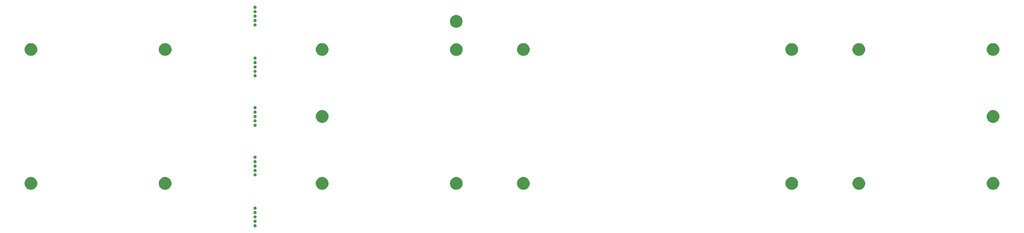
<source format=gbr>
G04 #@! TF.GenerationSoftware,KiCad,Pcbnew,(5.1.2-1)-1*
G04 #@! TF.CreationDate,2020-05-31T12:38:50-05:00*
G04 #@! TF.ProjectId,therick48.16SP_bottom_plate,74686572-6963-46b3-9438-2e313653505f,rev?*
G04 #@! TF.SameCoordinates,Original*
G04 #@! TF.FileFunction,Soldermask,Top*
G04 #@! TF.FilePolarity,Negative*
%FSLAX46Y46*%
G04 Gerber Fmt 4.6, Leading zero omitted, Abs format (unit mm)*
G04 Created by KiCad (PCBNEW (5.1.2-1)-1) date 2020-05-31 12:38:50*
%MOMM*%
%LPD*%
G04 APERTURE LIST*
%ADD10C,0.100000*%
G04 APERTURE END LIST*
D10*
G36*
X146051168Y-109226049D02*
G01*
X146133243Y-109260046D01*
X146133245Y-109260047D01*
X146170429Y-109284893D01*
X146207111Y-109309403D01*
X146269931Y-109372223D01*
X146319288Y-109446091D01*
X146353285Y-109528166D01*
X146370616Y-109615297D01*
X146370616Y-109704139D01*
X146353285Y-109791270D01*
X146319288Y-109873345D01*
X146319287Y-109873347D01*
X146269930Y-109947214D01*
X146207112Y-110010032D01*
X146133245Y-110059389D01*
X146133244Y-110059390D01*
X146133243Y-110059390D01*
X146051168Y-110093387D01*
X145964037Y-110110718D01*
X145875195Y-110110718D01*
X145788064Y-110093387D01*
X145705989Y-110059390D01*
X145705988Y-110059390D01*
X145705987Y-110059389D01*
X145632120Y-110010032D01*
X145569302Y-109947214D01*
X145519945Y-109873347D01*
X145519944Y-109873345D01*
X145485947Y-109791270D01*
X145468616Y-109704139D01*
X145468616Y-109615297D01*
X145485947Y-109528166D01*
X145519944Y-109446091D01*
X145569301Y-109372223D01*
X145632121Y-109309403D01*
X145668803Y-109284893D01*
X145705987Y-109260047D01*
X145705989Y-109260046D01*
X145788064Y-109226049D01*
X145875195Y-109208718D01*
X145964037Y-109208718D01*
X146051168Y-109226049D01*
X146051168Y-109226049D01*
G37*
G36*
X146051168Y-107976049D02*
G01*
X146133243Y-108010046D01*
X146133245Y-108010047D01*
X146170429Y-108034893D01*
X146207111Y-108059403D01*
X146269931Y-108122223D01*
X146319288Y-108196091D01*
X146353285Y-108278166D01*
X146370616Y-108365297D01*
X146370616Y-108454139D01*
X146353285Y-108541270D01*
X146319288Y-108623345D01*
X146319287Y-108623347D01*
X146269930Y-108697214D01*
X146207112Y-108760032D01*
X146133245Y-108809389D01*
X146133244Y-108809390D01*
X146133243Y-108809390D01*
X146051168Y-108843387D01*
X145964037Y-108860718D01*
X145875195Y-108860718D01*
X145788064Y-108843387D01*
X145705989Y-108809390D01*
X145705988Y-108809390D01*
X145705987Y-108809389D01*
X145632120Y-108760032D01*
X145569302Y-108697214D01*
X145519945Y-108623347D01*
X145519944Y-108623345D01*
X145485947Y-108541270D01*
X145468616Y-108454139D01*
X145468616Y-108365297D01*
X145485947Y-108278166D01*
X145519944Y-108196091D01*
X145569301Y-108122223D01*
X145632121Y-108059403D01*
X145668803Y-108034893D01*
X145705987Y-108010047D01*
X145705989Y-108010046D01*
X145788064Y-107976049D01*
X145875195Y-107958718D01*
X145964037Y-107958718D01*
X146051168Y-107976049D01*
X146051168Y-107976049D01*
G37*
G36*
X146051168Y-106726049D02*
G01*
X146133243Y-106760046D01*
X146133245Y-106760047D01*
X146170429Y-106784893D01*
X146207111Y-106809403D01*
X146269931Y-106872223D01*
X146319288Y-106946091D01*
X146353285Y-107028166D01*
X146370616Y-107115297D01*
X146370616Y-107204139D01*
X146353285Y-107291270D01*
X146319288Y-107373345D01*
X146319287Y-107373347D01*
X146269930Y-107447214D01*
X146207112Y-107510032D01*
X146133245Y-107559389D01*
X146133244Y-107559390D01*
X146133243Y-107559390D01*
X146051168Y-107593387D01*
X145964037Y-107610718D01*
X145875195Y-107610718D01*
X145788064Y-107593387D01*
X145705989Y-107559390D01*
X145705988Y-107559390D01*
X145705987Y-107559389D01*
X145632120Y-107510032D01*
X145569302Y-107447214D01*
X145519945Y-107373347D01*
X145519944Y-107373345D01*
X145485947Y-107291270D01*
X145468616Y-107204139D01*
X145468616Y-107115297D01*
X145485947Y-107028166D01*
X145519944Y-106946091D01*
X145569301Y-106872223D01*
X145632121Y-106809403D01*
X145668803Y-106784893D01*
X145705987Y-106760047D01*
X145705989Y-106760046D01*
X145788064Y-106726049D01*
X145875195Y-106708718D01*
X145964037Y-106708718D01*
X146051168Y-106726049D01*
X146051168Y-106726049D01*
G37*
G36*
X146051168Y-105476049D02*
G01*
X146133243Y-105510046D01*
X146133245Y-105510047D01*
X146170429Y-105534893D01*
X146207111Y-105559403D01*
X146269931Y-105622223D01*
X146319288Y-105696091D01*
X146353285Y-105778166D01*
X146370616Y-105865297D01*
X146370616Y-105954139D01*
X146353285Y-106041270D01*
X146319288Y-106123345D01*
X146319287Y-106123347D01*
X146269930Y-106197214D01*
X146207112Y-106260032D01*
X146133245Y-106309389D01*
X146133244Y-106309390D01*
X146133243Y-106309390D01*
X146051168Y-106343387D01*
X145964037Y-106360718D01*
X145875195Y-106360718D01*
X145788064Y-106343387D01*
X145705989Y-106309390D01*
X145705988Y-106309390D01*
X145705987Y-106309389D01*
X145632120Y-106260032D01*
X145569302Y-106197214D01*
X145519945Y-106123347D01*
X145519944Y-106123345D01*
X145485947Y-106041270D01*
X145468616Y-105954139D01*
X145468616Y-105865297D01*
X145485947Y-105778166D01*
X145519944Y-105696091D01*
X145569301Y-105622223D01*
X145632121Y-105559403D01*
X145668803Y-105534893D01*
X145705987Y-105510047D01*
X145705989Y-105510046D01*
X145788064Y-105476049D01*
X145875195Y-105458718D01*
X145964037Y-105458718D01*
X146051168Y-105476049D01*
X146051168Y-105476049D01*
G37*
G36*
X146051168Y-104226049D02*
G01*
X146133243Y-104260046D01*
X146133245Y-104260047D01*
X146170429Y-104284893D01*
X146207111Y-104309403D01*
X146269931Y-104372223D01*
X146319288Y-104446091D01*
X146353285Y-104528166D01*
X146370616Y-104615297D01*
X146370616Y-104704139D01*
X146353285Y-104791270D01*
X146319288Y-104873345D01*
X146319287Y-104873347D01*
X146269930Y-104947214D01*
X146207112Y-105010032D01*
X146133245Y-105059389D01*
X146133244Y-105059390D01*
X146133243Y-105059390D01*
X146051168Y-105093387D01*
X145964037Y-105110718D01*
X145875195Y-105110718D01*
X145788064Y-105093387D01*
X145705989Y-105059390D01*
X145705988Y-105059390D01*
X145705987Y-105059389D01*
X145632120Y-105010032D01*
X145569302Y-104947214D01*
X145519945Y-104873347D01*
X145519944Y-104873345D01*
X145485947Y-104791270D01*
X145468616Y-104704139D01*
X145468616Y-104615297D01*
X145485947Y-104528166D01*
X145519944Y-104446091D01*
X145569301Y-104372223D01*
X145632121Y-104309403D01*
X145668803Y-104284893D01*
X145705987Y-104260047D01*
X145705989Y-104260046D01*
X145788064Y-104226049D01*
X145875195Y-104208718D01*
X145964037Y-104208718D01*
X146051168Y-104226049D01*
X146051168Y-104226049D01*
G37*
G36*
X165445331Y-95928211D02*
G01*
X165773092Y-96063974D01*
X166068070Y-96261072D01*
X166318928Y-96511930D01*
X166516026Y-96806908D01*
X166651789Y-97134669D01*
X166721000Y-97482616D01*
X166721000Y-97837384D01*
X166651789Y-98185331D01*
X166516026Y-98513092D01*
X166318928Y-98808070D01*
X166068070Y-99058928D01*
X165773092Y-99256026D01*
X165445331Y-99391789D01*
X165097384Y-99461000D01*
X164742616Y-99461000D01*
X164394669Y-99391789D01*
X164066908Y-99256026D01*
X163771930Y-99058928D01*
X163521072Y-98808070D01*
X163323974Y-98513092D01*
X163188211Y-98185331D01*
X163119000Y-97837384D01*
X163119000Y-97482616D01*
X163188211Y-97134669D01*
X163323974Y-96806908D01*
X163521072Y-96511930D01*
X163771930Y-96261072D01*
X164066908Y-96063974D01*
X164394669Y-95928211D01*
X164742616Y-95859000D01*
X165097384Y-95859000D01*
X165445331Y-95928211D01*
X165445331Y-95928211D01*
G37*
G36*
X120985322Y-95928211D02*
G01*
X121313083Y-96063974D01*
X121608061Y-96261072D01*
X121858919Y-96511930D01*
X122056017Y-96806908D01*
X122191780Y-97134669D01*
X122260991Y-97482616D01*
X122260991Y-97837384D01*
X122191780Y-98185331D01*
X122056017Y-98513092D01*
X121858919Y-98808070D01*
X121608061Y-99058928D01*
X121313083Y-99256026D01*
X120985322Y-99391789D01*
X120637375Y-99461000D01*
X120282607Y-99461000D01*
X119934660Y-99391789D01*
X119606899Y-99256026D01*
X119311921Y-99058928D01*
X119061063Y-98808070D01*
X118863965Y-98513092D01*
X118728202Y-98185331D01*
X118658991Y-97837384D01*
X118658991Y-97482616D01*
X118728202Y-97134669D01*
X118863965Y-96806908D01*
X119061063Y-96511930D01*
X119311921Y-96261072D01*
X119606899Y-96063974D01*
X119934660Y-95928211D01*
X120282607Y-95859000D01*
X120637375Y-95859000D01*
X120985322Y-95928211D01*
X120985322Y-95928211D01*
G37*
G36*
X82985322Y-95928211D02*
G01*
X83313083Y-96063974D01*
X83608061Y-96261072D01*
X83858919Y-96511930D01*
X84056017Y-96806908D01*
X84191780Y-97134669D01*
X84260991Y-97482616D01*
X84260991Y-97837384D01*
X84191780Y-98185331D01*
X84056017Y-98513092D01*
X83858919Y-98808070D01*
X83608061Y-99058928D01*
X83313083Y-99256026D01*
X82985322Y-99391789D01*
X82637375Y-99461000D01*
X82282607Y-99461000D01*
X81934660Y-99391789D01*
X81606899Y-99256026D01*
X81311921Y-99058928D01*
X81061063Y-98808070D01*
X80863965Y-98513092D01*
X80728202Y-98185331D01*
X80658991Y-97837384D01*
X80658991Y-97482616D01*
X80728202Y-97134669D01*
X80863965Y-96806908D01*
X81061063Y-96511930D01*
X81311921Y-96261072D01*
X81606899Y-96063974D01*
X81934660Y-95928211D01*
X82282607Y-95859000D01*
X82637375Y-95859000D01*
X82985322Y-95928211D01*
X82985322Y-95928211D01*
G37*
G36*
X203445331Y-95928211D02*
G01*
X203773092Y-96063974D01*
X204068070Y-96261072D01*
X204318928Y-96511930D01*
X204516026Y-96806908D01*
X204651789Y-97134669D01*
X204721000Y-97482616D01*
X204721000Y-97837384D01*
X204651789Y-98185331D01*
X204516026Y-98513092D01*
X204318928Y-98808070D01*
X204068070Y-99058928D01*
X203773092Y-99256026D01*
X203445331Y-99391789D01*
X203097384Y-99461000D01*
X202742616Y-99461000D01*
X202394669Y-99391789D01*
X202066908Y-99256026D01*
X201771930Y-99058928D01*
X201521072Y-98808070D01*
X201323974Y-98513092D01*
X201188211Y-98185331D01*
X201119000Y-97837384D01*
X201119000Y-97482616D01*
X201188211Y-97134669D01*
X201323974Y-96806908D01*
X201521072Y-96511930D01*
X201771930Y-96261072D01*
X202066908Y-96063974D01*
X202394669Y-95928211D01*
X202742616Y-95859000D01*
X203097384Y-95859000D01*
X203445331Y-95928211D01*
X203445331Y-95928211D01*
G37*
G36*
X317445331Y-95928211D02*
G01*
X317773092Y-96063974D01*
X318068070Y-96261072D01*
X318318928Y-96511930D01*
X318516026Y-96806908D01*
X318651789Y-97134669D01*
X318721000Y-97482616D01*
X318721000Y-97837384D01*
X318651789Y-98185331D01*
X318516026Y-98513092D01*
X318318928Y-98808070D01*
X318068070Y-99058928D01*
X317773092Y-99256026D01*
X317445331Y-99391789D01*
X317097384Y-99461000D01*
X316742616Y-99461000D01*
X316394669Y-99391789D01*
X316066908Y-99256026D01*
X315771930Y-99058928D01*
X315521072Y-98808070D01*
X315323974Y-98513092D01*
X315188211Y-98185331D01*
X315119000Y-97837384D01*
X315119000Y-97482616D01*
X315188211Y-97134669D01*
X315323974Y-96806908D01*
X315521072Y-96511930D01*
X315771930Y-96261072D01*
X316066908Y-96063974D01*
X316394669Y-95928211D01*
X316742616Y-95859000D01*
X317097384Y-95859000D01*
X317445331Y-95928211D01*
X317445331Y-95928211D01*
G37*
G36*
X222445331Y-95928211D02*
G01*
X222773092Y-96063974D01*
X223068070Y-96261072D01*
X223318928Y-96511930D01*
X223516026Y-96806908D01*
X223651789Y-97134669D01*
X223721000Y-97482616D01*
X223721000Y-97837384D01*
X223651789Y-98185331D01*
X223516026Y-98513092D01*
X223318928Y-98808070D01*
X223068070Y-99058928D01*
X222773092Y-99256026D01*
X222445331Y-99391789D01*
X222097384Y-99461000D01*
X221742616Y-99461000D01*
X221394669Y-99391789D01*
X221066908Y-99256026D01*
X220771930Y-99058928D01*
X220521072Y-98808070D01*
X220323974Y-98513092D01*
X220188211Y-98185331D01*
X220119000Y-97837384D01*
X220119000Y-97482616D01*
X220188211Y-97134669D01*
X220323974Y-96806908D01*
X220521072Y-96511930D01*
X220771930Y-96261072D01*
X221066908Y-96063974D01*
X221394669Y-95928211D01*
X221742616Y-95859000D01*
X222097384Y-95859000D01*
X222445331Y-95928211D01*
X222445331Y-95928211D01*
G37*
G36*
X298445331Y-95928211D02*
G01*
X298773092Y-96063974D01*
X299068070Y-96261072D01*
X299318928Y-96511930D01*
X299516026Y-96806908D01*
X299651789Y-97134669D01*
X299721000Y-97482616D01*
X299721000Y-97837384D01*
X299651789Y-98185331D01*
X299516026Y-98513092D01*
X299318928Y-98808070D01*
X299068070Y-99058928D01*
X298773092Y-99256026D01*
X298445331Y-99391789D01*
X298097384Y-99461000D01*
X297742616Y-99461000D01*
X297394669Y-99391789D01*
X297066908Y-99256026D01*
X296771930Y-99058928D01*
X296521072Y-98808070D01*
X296323974Y-98513092D01*
X296188211Y-98185331D01*
X296119000Y-97837384D01*
X296119000Y-97482616D01*
X296188211Y-97134669D01*
X296323974Y-96806908D01*
X296521072Y-96511930D01*
X296771930Y-96261072D01*
X297066908Y-96063974D01*
X297394669Y-95928211D01*
X297742616Y-95859000D01*
X298097384Y-95859000D01*
X298445331Y-95928211D01*
X298445331Y-95928211D01*
G37*
G36*
X355445331Y-95928211D02*
G01*
X355773092Y-96063974D01*
X356068070Y-96261072D01*
X356318928Y-96511930D01*
X356516026Y-96806908D01*
X356651789Y-97134669D01*
X356721000Y-97482616D01*
X356721000Y-97837384D01*
X356651789Y-98185331D01*
X356516026Y-98513092D01*
X356318928Y-98808070D01*
X356068070Y-99058928D01*
X355773092Y-99256026D01*
X355445331Y-99391789D01*
X355097384Y-99461000D01*
X354742616Y-99461000D01*
X354394669Y-99391789D01*
X354066908Y-99256026D01*
X353771930Y-99058928D01*
X353521072Y-98808070D01*
X353323974Y-98513092D01*
X353188211Y-98185331D01*
X353119000Y-97837384D01*
X353119000Y-97482616D01*
X353188211Y-97134669D01*
X353323974Y-96806908D01*
X353521072Y-96511930D01*
X353771930Y-96261072D01*
X354066908Y-96063974D01*
X354394669Y-95928211D01*
X354742616Y-95859000D01*
X355097384Y-95859000D01*
X355445331Y-95928211D01*
X355445331Y-95928211D01*
G37*
G36*
X146051168Y-94786087D02*
G01*
X146133243Y-94820084D01*
X146133245Y-94820085D01*
X146170429Y-94844931D01*
X146207111Y-94869441D01*
X146269931Y-94932261D01*
X146319288Y-95006129D01*
X146353285Y-95088204D01*
X146370616Y-95175335D01*
X146370616Y-95264177D01*
X146353285Y-95351308D01*
X146319288Y-95433383D01*
X146319287Y-95433385D01*
X146269930Y-95507252D01*
X146207112Y-95570070D01*
X146133245Y-95619427D01*
X146133244Y-95619428D01*
X146133243Y-95619428D01*
X146051168Y-95653425D01*
X145964037Y-95670756D01*
X145875195Y-95670756D01*
X145788064Y-95653425D01*
X145705989Y-95619428D01*
X145705988Y-95619428D01*
X145705987Y-95619427D01*
X145632120Y-95570070D01*
X145569302Y-95507252D01*
X145519945Y-95433385D01*
X145519944Y-95433383D01*
X145485947Y-95351308D01*
X145468616Y-95264177D01*
X145468616Y-95175335D01*
X145485947Y-95088204D01*
X145519944Y-95006129D01*
X145569301Y-94932261D01*
X145632121Y-94869441D01*
X145668803Y-94844931D01*
X145705987Y-94820085D01*
X145705989Y-94820084D01*
X145788064Y-94786087D01*
X145875195Y-94768756D01*
X145964037Y-94768756D01*
X146051168Y-94786087D01*
X146051168Y-94786087D01*
G37*
G36*
X146051168Y-93536087D02*
G01*
X146133243Y-93570084D01*
X146133245Y-93570085D01*
X146170429Y-93594931D01*
X146207111Y-93619441D01*
X146269931Y-93682261D01*
X146319288Y-93756129D01*
X146353285Y-93838204D01*
X146370616Y-93925335D01*
X146370616Y-94014177D01*
X146353285Y-94101308D01*
X146319288Y-94183383D01*
X146319287Y-94183385D01*
X146269930Y-94257252D01*
X146207112Y-94320070D01*
X146133245Y-94369427D01*
X146133244Y-94369428D01*
X146133243Y-94369428D01*
X146051168Y-94403425D01*
X145964037Y-94420756D01*
X145875195Y-94420756D01*
X145788064Y-94403425D01*
X145705989Y-94369428D01*
X145705988Y-94369428D01*
X145705987Y-94369427D01*
X145632120Y-94320070D01*
X145569302Y-94257252D01*
X145519945Y-94183385D01*
X145519944Y-94183383D01*
X145485947Y-94101308D01*
X145468616Y-94014177D01*
X145468616Y-93925335D01*
X145485947Y-93838204D01*
X145519944Y-93756129D01*
X145569301Y-93682261D01*
X145632121Y-93619441D01*
X145668803Y-93594931D01*
X145705987Y-93570085D01*
X145705989Y-93570084D01*
X145788064Y-93536087D01*
X145875195Y-93518756D01*
X145964037Y-93518756D01*
X146051168Y-93536087D01*
X146051168Y-93536087D01*
G37*
G36*
X146051168Y-92286087D02*
G01*
X146133243Y-92320084D01*
X146133245Y-92320085D01*
X146170429Y-92344931D01*
X146207111Y-92369441D01*
X146269931Y-92432261D01*
X146319288Y-92506129D01*
X146353285Y-92588204D01*
X146370616Y-92675335D01*
X146370616Y-92764177D01*
X146353285Y-92851308D01*
X146319288Y-92933383D01*
X146319287Y-92933385D01*
X146269930Y-93007252D01*
X146207112Y-93070070D01*
X146133245Y-93119427D01*
X146133244Y-93119428D01*
X146133243Y-93119428D01*
X146051168Y-93153425D01*
X145964037Y-93170756D01*
X145875195Y-93170756D01*
X145788064Y-93153425D01*
X145705989Y-93119428D01*
X145705988Y-93119428D01*
X145705987Y-93119427D01*
X145632120Y-93070070D01*
X145569302Y-93007252D01*
X145519945Y-92933385D01*
X145519944Y-92933383D01*
X145485947Y-92851308D01*
X145468616Y-92764177D01*
X145468616Y-92675335D01*
X145485947Y-92588204D01*
X145519944Y-92506129D01*
X145569301Y-92432261D01*
X145632121Y-92369441D01*
X145668803Y-92344931D01*
X145705987Y-92320085D01*
X145705989Y-92320084D01*
X145788064Y-92286087D01*
X145875195Y-92268756D01*
X145964037Y-92268756D01*
X146051168Y-92286087D01*
X146051168Y-92286087D01*
G37*
G36*
X146051168Y-91036087D02*
G01*
X146133243Y-91070084D01*
X146133245Y-91070085D01*
X146170429Y-91094931D01*
X146207111Y-91119441D01*
X146269931Y-91182261D01*
X146319288Y-91256129D01*
X146353285Y-91338204D01*
X146370616Y-91425335D01*
X146370616Y-91514177D01*
X146353285Y-91601308D01*
X146319288Y-91683383D01*
X146319287Y-91683385D01*
X146269930Y-91757252D01*
X146207112Y-91820070D01*
X146133245Y-91869427D01*
X146133244Y-91869428D01*
X146133243Y-91869428D01*
X146051168Y-91903425D01*
X145964037Y-91920756D01*
X145875195Y-91920756D01*
X145788064Y-91903425D01*
X145705989Y-91869428D01*
X145705988Y-91869428D01*
X145705987Y-91869427D01*
X145632120Y-91820070D01*
X145569302Y-91757252D01*
X145519945Y-91683385D01*
X145519944Y-91683383D01*
X145485947Y-91601308D01*
X145468616Y-91514177D01*
X145468616Y-91425335D01*
X145485947Y-91338204D01*
X145519944Y-91256129D01*
X145569301Y-91182261D01*
X145632121Y-91119441D01*
X145668803Y-91094931D01*
X145705987Y-91070085D01*
X145705989Y-91070084D01*
X145788064Y-91036087D01*
X145875195Y-91018756D01*
X145964037Y-91018756D01*
X146051168Y-91036087D01*
X146051168Y-91036087D01*
G37*
G36*
X146051168Y-89786087D02*
G01*
X146133243Y-89820084D01*
X146133245Y-89820085D01*
X146170429Y-89844931D01*
X146207111Y-89869441D01*
X146269931Y-89932261D01*
X146319288Y-90006129D01*
X146353285Y-90088204D01*
X146370616Y-90175335D01*
X146370616Y-90264177D01*
X146353285Y-90351308D01*
X146319288Y-90433383D01*
X146319287Y-90433385D01*
X146269930Y-90507252D01*
X146207112Y-90570070D01*
X146133245Y-90619427D01*
X146133244Y-90619428D01*
X146133243Y-90619428D01*
X146051168Y-90653425D01*
X145964037Y-90670756D01*
X145875195Y-90670756D01*
X145788064Y-90653425D01*
X145705989Y-90619428D01*
X145705988Y-90619428D01*
X145705987Y-90619427D01*
X145632120Y-90570070D01*
X145569302Y-90507252D01*
X145519945Y-90433385D01*
X145519944Y-90433383D01*
X145485947Y-90351308D01*
X145468616Y-90264177D01*
X145468616Y-90175335D01*
X145485947Y-90088204D01*
X145519944Y-90006129D01*
X145569301Y-89932261D01*
X145632121Y-89869441D01*
X145668803Y-89844931D01*
X145705987Y-89820085D01*
X145705989Y-89820084D01*
X145788064Y-89786087D01*
X145875195Y-89768756D01*
X145964037Y-89768756D01*
X146051168Y-89786087D01*
X146051168Y-89786087D01*
G37*
G36*
X146051168Y-80726124D02*
G01*
X146133243Y-80760121D01*
X146133245Y-80760122D01*
X146170429Y-80784968D01*
X146207111Y-80809478D01*
X146269931Y-80872298D01*
X146319288Y-80946166D01*
X146353285Y-81028241D01*
X146370616Y-81115372D01*
X146370616Y-81204214D01*
X146353285Y-81291345D01*
X146319288Y-81373420D01*
X146319287Y-81373422D01*
X146269930Y-81447289D01*
X146207112Y-81510107D01*
X146133245Y-81559464D01*
X146133244Y-81559465D01*
X146133243Y-81559465D01*
X146051168Y-81593462D01*
X145964037Y-81610793D01*
X145875195Y-81610793D01*
X145788064Y-81593462D01*
X145705989Y-81559465D01*
X145705988Y-81559465D01*
X145705987Y-81559464D01*
X145632120Y-81510107D01*
X145569302Y-81447289D01*
X145519945Y-81373422D01*
X145519944Y-81373420D01*
X145485947Y-81291345D01*
X145468616Y-81204214D01*
X145468616Y-81115372D01*
X145485947Y-81028241D01*
X145519944Y-80946166D01*
X145569301Y-80872298D01*
X145632121Y-80809478D01*
X145668803Y-80784968D01*
X145705987Y-80760122D01*
X145705989Y-80760121D01*
X145788064Y-80726124D01*
X145875195Y-80708793D01*
X145964037Y-80708793D01*
X146051168Y-80726124D01*
X146051168Y-80726124D01*
G37*
G36*
X165445331Y-76928211D02*
G01*
X165773092Y-77063974D01*
X166068070Y-77261072D01*
X166318928Y-77511930D01*
X166516026Y-77806908D01*
X166651789Y-78134669D01*
X166721000Y-78482616D01*
X166721000Y-78837384D01*
X166651789Y-79185331D01*
X166516026Y-79513092D01*
X166318928Y-79808070D01*
X166068070Y-80058928D01*
X165773092Y-80256026D01*
X165445331Y-80391789D01*
X165097384Y-80461000D01*
X164742616Y-80461000D01*
X164394669Y-80391789D01*
X164066908Y-80256026D01*
X163771930Y-80058928D01*
X163521072Y-79808070D01*
X163323974Y-79513092D01*
X163188211Y-79185331D01*
X163119000Y-78837384D01*
X163119000Y-78482616D01*
X163188211Y-78134669D01*
X163323974Y-77806908D01*
X163521072Y-77511930D01*
X163771930Y-77261072D01*
X164066908Y-77063974D01*
X164394669Y-76928211D01*
X164742616Y-76859000D01*
X165097384Y-76859000D01*
X165445331Y-76928211D01*
X165445331Y-76928211D01*
G37*
G36*
X355445331Y-76928211D02*
G01*
X355773092Y-77063974D01*
X356068070Y-77261072D01*
X356318928Y-77511930D01*
X356516026Y-77806908D01*
X356651789Y-78134669D01*
X356721000Y-78482616D01*
X356721000Y-78837384D01*
X356651789Y-79185331D01*
X356516026Y-79513092D01*
X356318928Y-79808070D01*
X356068070Y-80058928D01*
X355773092Y-80256026D01*
X355445331Y-80391789D01*
X355097384Y-80461000D01*
X354742616Y-80461000D01*
X354394669Y-80391789D01*
X354066908Y-80256026D01*
X353771930Y-80058928D01*
X353521072Y-79808070D01*
X353323974Y-79513092D01*
X353188211Y-79185331D01*
X353119000Y-78837384D01*
X353119000Y-78482616D01*
X353188211Y-78134669D01*
X353323974Y-77806908D01*
X353521072Y-77511930D01*
X353771930Y-77261072D01*
X354066908Y-77063974D01*
X354394669Y-76928211D01*
X354742616Y-76859000D01*
X355097384Y-76859000D01*
X355445331Y-76928211D01*
X355445331Y-76928211D01*
G37*
G36*
X146051168Y-79476124D02*
G01*
X146133243Y-79510121D01*
X146133245Y-79510122D01*
X146137691Y-79513093D01*
X146207111Y-79559478D01*
X146269931Y-79622298D01*
X146319288Y-79696166D01*
X146353285Y-79778241D01*
X146370616Y-79865372D01*
X146370616Y-79954214D01*
X146353285Y-80041345D01*
X146319288Y-80123420D01*
X146319287Y-80123422D01*
X146269930Y-80197289D01*
X146207112Y-80260107D01*
X146133245Y-80309464D01*
X146133244Y-80309465D01*
X146133243Y-80309465D01*
X146051168Y-80343462D01*
X145964037Y-80360793D01*
X145875195Y-80360793D01*
X145788064Y-80343462D01*
X145705989Y-80309465D01*
X145705988Y-80309465D01*
X145705987Y-80309464D01*
X145632120Y-80260107D01*
X145569302Y-80197289D01*
X145519945Y-80123422D01*
X145519944Y-80123420D01*
X145485947Y-80041345D01*
X145468616Y-79954214D01*
X145468616Y-79865372D01*
X145485947Y-79778241D01*
X145519944Y-79696166D01*
X145569301Y-79622298D01*
X145632121Y-79559478D01*
X145701541Y-79513093D01*
X145705987Y-79510122D01*
X145705989Y-79510121D01*
X145788064Y-79476124D01*
X145875195Y-79458793D01*
X145964037Y-79458793D01*
X146051168Y-79476124D01*
X146051168Y-79476124D01*
G37*
G36*
X146051168Y-78226124D02*
G01*
X146133243Y-78260121D01*
X146133245Y-78260122D01*
X146170429Y-78284968D01*
X146207111Y-78309478D01*
X146269931Y-78372298D01*
X146319288Y-78446166D01*
X146353285Y-78528241D01*
X146370616Y-78615372D01*
X146370616Y-78704214D01*
X146353285Y-78791345D01*
X146319288Y-78873420D01*
X146319287Y-78873422D01*
X146269930Y-78947289D01*
X146207112Y-79010107D01*
X146133245Y-79059464D01*
X146133244Y-79059465D01*
X146133243Y-79059465D01*
X146051168Y-79093462D01*
X145964037Y-79110793D01*
X145875195Y-79110793D01*
X145788064Y-79093462D01*
X145705989Y-79059465D01*
X145705988Y-79059465D01*
X145705987Y-79059464D01*
X145632120Y-79010107D01*
X145569302Y-78947289D01*
X145519945Y-78873422D01*
X145519944Y-78873420D01*
X145485947Y-78791345D01*
X145468616Y-78704214D01*
X145468616Y-78615372D01*
X145485947Y-78528241D01*
X145519944Y-78446166D01*
X145569301Y-78372298D01*
X145632121Y-78309478D01*
X145668803Y-78284968D01*
X145705987Y-78260122D01*
X145705989Y-78260121D01*
X145788064Y-78226124D01*
X145875195Y-78208793D01*
X145964037Y-78208793D01*
X146051168Y-78226124D01*
X146051168Y-78226124D01*
G37*
G36*
X146051168Y-76976124D02*
G01*
X146133243Y-77010121D01*
X146133245Y-77010122D01*
X146170429Y-77034968D01*
X146207111Y-77059478D01*
X146269931Y-77122298D01*
X146319288Y-77196166D01*
X146353285Y-77278241D01*
X146370616Y-77365372D01*
X146370616Y-77454214D01*
X146353285Y-77541345D01*
X146319288Y-77623420D01*
X146319287Y-77623422D01*
X146269930Y-77697289D01*
X146207112Y-77760107D01*
X146133245Y-77809464D01*
X146133244Y-77809465D01*
X146133243Y-77809465D01*
X146051168Y-77843462D01*
X145964037Y-77860793D01*
X145875195Y-77860793D01*
X145788064Y-77843462D01*
X145705989Y-77809465D01*
X145705988Y-77809465D01*
X145705987Y-77809464D01*
X145632120Y-77760107D01*
X145569302Y-77697289D01*
X145519945Y-77623422D01*
X145519944Y-77623420D01*
X145485947Y-77541345D01*
X145468616Y-77454214D01*
X145468616Y-77365372D01*
X145485947Y-77278241D01*
X145519944Y-77196166D01*
X145569301Y-77122298D01*
X145632121Y-77059478D01*
X145668803Y-77034968D01*
X145705987Y-77010122D01*
X145705989Y-77010121D01*
X145788064Y-76976124D01*
X145875195Y-76958793D01*
X145964037Y-76958793D01*
X146051168Y-76976124D01*
X146051168Y-76976124D01*
G37*
G36*
X146051168Y-75726124D02*
G01*
X146133243Y-75760121D01*
X146133245Y-75760122D01*
X146170429Y-75784968D01*
X146207111Y-75809478D01*
X146269931Y-75872298D01*
X146319288Y-75946166D01*
X146353285Y-76028241D01*
X146370616Y-76115372D01*
X146370616Y-76204214D01*
X146353285Y-76291345D01*
X146319288Y-76373420D01*
X146319287Y-76373422D01*
X146269930Y-76447289D01*
X146207112Y-76510107D01*
X146133245Y-76559464D01*
X146133244Y-76559465D01*
X146133243Y-76559465D01*
X146051168Y-76593462D01*
X145964037Y-76610793D01*
X145875195Y-76610793D01*
X145788064Y-76593462D01*
X145705989Y-76559465D01*
X145705988Y-76559465D01*
X145705987Y-76559464D01*
X145632120Y-76510107D01*
X145569302Y-76447289D01*
X145519945Y-76373422D01*
X145519944Y-76373420D01*
X145485947Y-76291345D01*
X145468616Y-76204214D01*
X145468616Y-76115372D01*
X145485947Y-76028241D01*
X145519944Y-75946166D01*
X145569301Y-75872298D01*
X145632121Y-75809478D01*
X145668803Y-75784968D01*
X145705987Y-75760122D01*
X145705989Y-75760121D01*
X145788064Y-75726124D01*
X145875195Y-75708793D01*
X145964037Y-75708793D01*
X146051168Y-75726124D01*
X146051168Y-75726124D01*
G37*
G36*
X146051168Y-66666161D02*
G01*
X146133243Y-66700158D01*
X146133245Y-66700159D01*
X146170429Y-66725005D01*
X146207111Y-66749515D01*
X146269931Y-66812335D01*
X146319288Y-66886203D01*
X146353285Y-66968278D01*
X146370616Y-67055409D01*
X146370616Y-67144251D01*
X146353285Y-67231382D01*
X146319288Y-67313457D01*
X146319287Y-67313459D01*
X146269930Y-67387326D01*
X146207112Y-67450144D01*
X146133245Y-67499501D01*
X146133244Y-67499502D01*
X146133243Y-67499502D01*
X146051168Y-67533499D01*
X145964037Y-67550830D01*
X145875195Y-67550830D01*
X145788064Y-67533499D01*
X145705989Y-67499502D01*
X145705988Y-67499502D01*
X145705987Y-67499501D01*
X145632120Y-67450144D01*
X145569302Y-67387326D01*
X145519945Y-67313459D01*
X145519944Y-67313457D01*
X145485947Y-67231382D01*
X145468616Y-67144251D01*
X145468616Y-67055409D01*
X145485947Y-66968278D01*
X145519944Y-66886203D01*
X145569301Y-66812335D01*
X145632121Y-66749515D01*
X145668803Y-66725005D01*
X145705987Y-66700159D01*
X145705989Y-66700158D01*
X145788064Y-66666161D01*
X145875195Y-66648830D01*
X145964037Y-66648830D01*
X146051168Y-66666161D01*
X146051168Y-66666161D01*
G37*
G36*
X146051168Y-65416161D02*
G01*
X146133243Y-65450158D01*
X146133245Y-65450159D01*
X146170429Y-65475005D01*
X146207111Y-65499515D01*
X146269931Y-65562335D01*
X146319288Y-65636203D01*
X146353285Y-65718278D01*
X146370616Y-65805409D01*
X146370616Y-65894251D01*
X146353285Y-65981382D01*
X146319288Y-66063457D01*
X146319287Y-66063459D01*
X146269930Y-66137326D01*
X146207112Y-66200144D01*
X146133245Y-66249501D01*
X146133244Y-66249502D01*
X146133243Y-66249502D01*
X146051168Y-66283499D01*
X145964037Y-66300830D01*
X145875195Y-66300830D01*
X145788064Y-66283499D01*
X145705989Y-66249502D01*
X145705988Y-66249502D01*
X145705987Y-66249501D01*
X145632120Y-66200144D01*
X145569302Y-66137326D01*
X145519945Y-66063459D01*
X145519944Y-66063457D01*
X145485947Y-65981382D01*
X145468616Y-65894251D01*
X145468616Y-65805409D01*
X145485947Y-65718278D01*
X145519944Y-65636203D01*
X145569301Y-65562335D01*
X145632121Y-65499515D01*
X145668803Y-65475005D01*
X145705987Y-65450159D01*
X145705989Y-65450158D01*
X145788064Y-65416161D01*
X145875195Y-65398830D01*
X145964037Y-65398830D01*
X146051168Y-65416161D01*
X146051168Y-65416161D01*
G37*
G36*
X146051168Y-64166161D02*
G01*
X146133243Y-64200158D01*
X146133245Y-64200159D01*
X146170429Y-64225005D01*
X146207111Y-64249515D01*
X146269931Y-64312335D01*
X146319288Y-64386203D01*
X146353285Y-64468278D01*
X146370616Y-64555409D01*
X146370616Y-64644251D01*
X146353285Y-64731382D01*
X146319288Y-64813457D01*
X146319287Y-64813459D01*
X146269930Y-64887326D01*
X146207112Y-64950144D01*
X146133245Y-64999501D01*
X146133244Y-64999502D01*
X146133243Y-64999502D01*
X146051168Y-65033499D01*
X145964037Y-65050830D01*
X145875195Y-65050830D01*
X145788064Y-65033499D01*
X145705989Y-64999502D01*
X145705988Y-64999502D01*
X145705987Y-64999501D01*
X145632120Y-64950144D01*
X145569302Y-64887326D01*
X145519945Y-64813459D01*
X145519944Y-64813457D01*
X145485947Y-64731382D01*
X145468616Y-64644251D01*
X145468616Y-64555409D01*
X145485947Y-64468278D01*
X145519944Y-64386203D01*
X145569301Y-64312335D01*
X145632121Y-64249515D01*
X145668803Y-64225005D01*
X145705987Y-64200159D01*
X145705989Y-64200158D01*
X145788064Y-64166161D01*
X145875195Y-64148830D01*
X145964037Y-64148830D01*
X146051168Y-64166161D01*
X146051168Y-64166161D01*
G37*
G36*
X146051168Y-62916161D02*
G01*
X146133243Y-62950158D01*
X146133245Y-62950159D01*
X146170429Y-62975005D01*
X146207111Y-62999515D01*
X146269931Y-63062335D01*
X146319288Y-63136203D01*
X146353285Y-63218278D01*
X146370616Y-63305409D01*
X146370616Y-63394251D01*
X146353285Y-63481382D01*
X146319288Y-63563457D01*
X146319287Y-63563459D01*
X146269930Y-63637326D01*
X146207112Y-63700144D01*
X146133245Y-63749501D01*
X146133244Y-63749502D01*
X146133243Y-63749502D01*
X146051168Y-63783499D01*
X145964037Y-63800830D01*
X145875195Y-63800830D01*
X145788064Y-63783499D01*
X145705989Y-63749502D01*
X145705988Y-63749502D01*
X145705987Y-63749501D01*
X145632120Y-63700144D01*
X145569302Y-63637326D01*
X145519945Y-63563459D01*
X145519944Y-63563457D01*
X145485947Y-63481382D01*
X145468616Y-63394251D01*
X145468616Y-63305409D01*
X145485947Y-63218278D01*
X145519944Y-63136203D01*
X145569301Y-63062335D01*
X145632121Y-62999515D01*
X145668803Y-62975005D01*
X145705987Y-62950159D01*
X145705989Y-62950158D01*
X145788064Y-62916161D01*
X145875195Y-62898830D01*
X145964037Y-62898830D01*
X146051168Y-62916161D01*
X146051168Y-62916161D01*
G37*
G36*
X146051168Y-61666161D02*
G01*
X146133243Y-61700158D01*
X146133245Y-61700159D01*
X146170429Y-61725005D01*
X146207111Y-61749515D01*
X146269931Y-61812335D01*
X146319288Y-61886203D01*
X146353285Y-61968278D01*
X146370616Y-62055409D01*
X146370616Y-62144251D01*
X146353285Y-62231382D01*
X146319288Y-62313457D01*
X146319287Y-62313459D01*
X146269930Y-62387326D01*
X146207112Y-62450144D01*
X146133245Y-62499501D01*
X146133244Y-62499502D01*
X146133243Y-62499502D01*
X146051168Y-62533499D01*
X145964037Y-62550830D01*
X145875195Y-62550830D01*
X145788064Y-62533499D01*
X145705989Y-62499502D01*
X145705988Y-62499502D01*
X145705987Y-62499501D01*
X145632120Y-62450144D01*
X145569302Y-62387326D01*
X145519945Y-62313459D01*
X145519944Y-62313457D01*
X145485947Y-62231382D01*
X145468616Y-62144251D01*
X145468616Y-62055409D01*
X145485947Y-61968278D01*
X145519944Y-61886203D01*
X145569301Y-61812335D01*
X145632121Y-61749515D01*
X145668803Y-61725005D01*
X145705987Y-61700159D01*
X145705989Y-61700158D01*
X145788064Y-61666161D01*
X145875195Y-61648830D01*
X145964037Y-61648830D01*
X146051168Y-61666161D01*
X146051168Y-61666161D01*
G37*
G36*
X203445331Y-57943211D02*
G01*
X203773092Y-58078974D01*
X204068070Y-58276072D01*
X204318928Y-58526930D01*
X204516026Y-58821908D01*
X204651789Y-59149669D01*
X204721000Y-59497616D01*
X204721000Y-59852384D01*
X204651789Y-60200331D01*
X204516026Y-60528092D01*
X204318928Y-60823070D01*
X204068070Y-61073928D01*
X203773092Y-61271026D01*
X203445331Y-61406789D01*
X203097384Y-61476000D01*
X202742616Y-61476000D01*
X202394669Y-61406789D01*
X202066908Y-61271026D01*
X201771930Y-61073928D01*
X201521072Y-60823070D01*
X201323974Y-60528092D01*
X201188211Y-60200331D01*
X201119000Y-59852384D01*
X201119000Y-59497616D01*
X201188211Y-59149669D01*
X201323974Y-58821908D01*
X201521072Y-58526930D01*
X201771930Y-58276072D01*
X202066908Y-58078974D01*
X202394669Y-57943211D01*
X202742616Y-57874000D01*
X203097384Y-57874000D01*
X203445331Y-57943211D01*
X203445331Y-57943211D01*
G37*
G36*
X120985322Y-57928211D02*
G01*
X121313083Y-58063974D01*
X121608061Y-58261072D01*
X121858919Y-58511930D01*
X122056017Y-58806908D01*
X122191780Y-59134669D01*
X122260991Y-59482616D01*
X122260991Y-59837384D01*
X122191780Y-60185331D01*
X122056017Y-60513092D01*
X121858919Y-60808070D01*
X121608061Y-61058928D01*
X121313083Y-61256026D01*
X120985322Y-61391789D01*
X120637375Y-61461000D01*
X120282607Y-61461000D01*
X119934660Y-61391789D01*
X119606899Y-61256026D01*
X119311921Y-61058928D01*
X119061063Y-60808070D01*
X118863965Y-60513092D01*
X118728202Y-60185331D01*
X118658991Y-59837384D01*
X118658991Y-59482616D01*
X118728202Y-59134669D01*
X118863965Y-58806908D01*
X119061063Y-58511930D01*
X119311921Y-58261072D01*
X119606899Y-58063974D01*
X119934660Y-57928211D01*
X120282607Y-57859000D01*
X120637375Y-57859000D01*
X120985322Y-57928211D01*
X120985322Y-57928211D01*
G37*
G36*
X355445331Y-57928211D02*
G01*
X355773092Y-58063974D01*
X356068070Y-58261072D01*
X356318928Y-58511930D01*
X356516026Y-58806908D01*
X356651789Y-59134669D01*
X356721000Y-59482616D01*
X356721000Y-59837384D01*
X356651789Y-60185331D01*
X356516026Y-60513092D01*
X356318928Y-60808070D01*
X356068070Y-61058928D01*
X355773092Y-61256026D01*
X355445331Y-61391789D01*
X355097384Y-61461000D01*
X354742616Y-61461000D01*
X354394669Y-61391789D01*
X354066908Y-61256026D01*
X353771930Y-61058928D01*
X353521072Y-60808070D01*
X353323974Y-60513092D01*
X353188211Y-60185331D01*
X353119000Y-59837384D01*
X353119000Y-59482616D01*
X353188211Y-59134669D01*
X353323974Y-58806908D01*
X353521072Y-58511930D01*
X353771930Y-58261072D01*
X354066908Y-58063974D01*
X354394669Y-57928211D01*
X354742616Y-57859000D01*
X355097384Y-57859000D01*
X355445331Y-57928211D01*
X355445331Y-57928211D01*
G37*
G36*
X317445331Y-57928211D02*
G01*
X317773092Y-58063974D01*
X318068070Y-58261072D01*
X318318928Y-58511930D01*
X318516026Y-58806908D01*
X318651789Y-59134669D01*
X318721000Y-59482616D01*
X318721000Y-59837384D01*
X318651789Y-60185331D01*
X318516026Y-60513092D01*
X318318928Y-60808070D01*
X318068070Y-61058928D01*
X317773092Y-61256026D01*
X317445331Y-61391789D01*
X317097384Y-61461000D01*
X316742616Y-61461000D01*
X316394669Y-61391789D01*
X316066908Y-61256026D01*
X315771930Y-61058928D01*
X315521072Y-60808070D01*
X315323974Y-60513092D01*
X315188211Y-60185331D01*
X315119000Y-59837384D01*
X315119000Y-59482616D01*
X315188211Y-59134669D01*
X315323974Y-58806908D01*
X315521072Y-58511930D01*
X315771930Y-58261072D01*
X316066908Y-58063974D01*
X316394669Y-57928211D01*
X316742616Y-57859000D01*
X317097384Y-57859000D01*
X317445331Y-57928211D01*
X317445331Y-57928211D01*
G37*
G36*
X165445331Y-57928211D02*
G01*
X165773092Y-58063974D01*
X166068070Y-58261072D01*
X166318928Y-58511930D01*
X166516026Y-58806908D01*
X166651789Y-59134669D01*
X166721000Y-59482616D01*
X166721000Y-59837384D01*
X166651789Y-60185331D01*
X166516026Y-60513092D01*
X166318928Y-60808070D01*
X166068070Y-61058928D01*
X165773092Y-61256026D01*
X165445331Y-61391789D01*
X165097384Y-61461000D01*
X164742616Y-61461000D01*
X164394669Y-61391789D01*
X164066908Y-61256026D01*
X163771930Y-61058928D01*
X163521072Y-60808070D01*
X163323974Y-60513092D01*
X163188211Y-60185331D01*
X163119000Y-59837384D01*
X163119000Y-59482616D01*
X163188211Y-59134669D01*
X163323974Y-58806908D01*
X163521072Y-58511930D01*
X163771930Y-58261072D01*
X164066908Y-58063974D01*
X164394669Y-57928211D01*
X164742616Y-57859000D01*
X165097384Y-57859000D01*
X165445331Y-57928211D01*
X165445331Y-57928211D01*
G37*
G36*
X222445331Y-57928211D02*
G01*
X222773092Y-58063974D01*
X223068070Y-58261072D01*
X223318928Y-58511930D01*
X223516026Y-58806908D01*
X223651789Y-59134669D01*
X223721000Y-59482616D01*
X223721000Y-59837384D01*
X223651789Y-60185331D01*
X223516026Y-60513092D01*
X223318928Y-60808070D01*
X223068070Y-61058928D01*
X222773092Y-61256026D01*
X222445331Y-61391789D01*
X222097384Y-61461000D01*
X221742616Y-61461000D01*
X221394669Y-61391789D01*
X221066908Y-61256026D01*
X220771930Y-61058928D01*
X220521072Y-60808070D01*
X220323974Y-60513092D01*
X220188211Y-60185331D01*
X220119000Y-59837384D01*
X220119000Y-59482616D01*
X220188211Y-59134669D01*
X220323974Y-58806908D01*
X220521072Y-58511930D01*
X220771930Y-58261072D01*
X221066908Y-58063974D01*
X221394669Y-57928211D01*
X221742616Y-57859000D01*
X222097384Y-57859000D01*
X222445331Y-57928211D01*
X222445331Y-57928211D01*
G37*
G36*
X298445331Y-57928211D02*
G01*
X298773092Y-58063974D01*
X299068070Y-58261072D01*
X299318928Y-58511930D01*
X299516026Y-58806908D01*
X299651789Y-59134669D01*
X299721000Y-59482616D01*
X299721000Y-59837384D01*
X299651789Y-60185331D01*
X299516026Y-60513092D01*
X299318928Y-60808070D01*
X299068070Y-61058928D01*
X298773092Y-61256026D01*
X298445331Y-61391789D01*
X298097384Y-61461000D01*
X297742616Y-61461000D01*
X297394669Y-61391789D01*
X297066908Y-61256026D01*
X296771930Y-61058928D01*
X296521072Y-60808070D01*
X296323974Y-60513092D01*
X296188211Y-60185331D01*
X296119000Y-59837384D01*
X296119000Y-59482616D01*
X296188211Y-59134669D01*
X296323974Y-58806908D01*
X296521072Y-58511930D01*
X296771930Y-58261072D01*
X297066908Y-58063974D01*
X297394669Y-57928211D01*
X297742616Y-57859000D01*
X298097384Y-57859000D01*
X298445331Y-57928211D01*
X298445331Y-57928211D01*
G37*
G36*
X82985322Y-57928211D02*
G01*
X83313083Y-58063974D01*
X83608061Y-58261072D01*
X83858919Y-58511930D01*
X84056017Y-58806908D01*
X84191780Y-59134669D01*
X84260991Y-59482616D01*
X84260991Y-59837384D01*
X84191780Y-60185331D01*
X84056017Y-60513092D01*
X83858919Y-60808070D01*
X83608061Y-61058928D01*
X83313083Y-61256026D01*
X82985322Y-61391789D01*
X82637375Y-61461000D01*
X82282607Y-61461000D01*
X81934660Y-61391789D01*
X81606899Y-61256026D01*
X81311921Y-61058928D01*
X81061063Y-60808070D01*
X80863965Y-60513092D01*
X80728202Y-60185331D01*
X80658991Y-59837384D01*
X80658991Y-59482616D01*
X80728202Y-59134669D01*
X80863965Y-58806908D01*
X81061063Y-58511930D01*
X81311921Y-58261072D01*
X81606899Y-58063974D01*
X81934660Y-57928211D01*
X82282607Y-57859000D01*
X82637375Y-57859000D01*
X82985322Y-57928211D01*
X82985322Y-57928211D01*
G37*
G36*
X203432631Y-49948211D02*
G01*
X203760392Y-50083974D01*
X204055370Y-50281072D01*
X204306228Y-50531930D01*
X204503326Y-50826908D01*
X204639089Y-51154669D01*
X204708300Y-51502616D01*
X204708300Y-51857384D01*
X204639089Y-52205331D01*
X204503326Y-52533092D01*
X204306228Y-52828070D01*
X204055370Y-53078928D01*
X203760392Y-53276026D01*
X203432631Y-53411789D01*
X203084684Y-53481000D01*
X202729916Y-53481000D01*
X202381969Y-53411789D01*
X202054208Y-53276026D01*
X201759230Y-53078928D01*
X201508372Y-52828070D01*
X201311274Y-52533092D01*
X201175511Y-52205331D01*
X201106300Y-51857384D01*
X201106300Y-51502616D01*
X201175511Y-51154669D01*
X201311274Y-50826908D01*
X201508372Y-50531930D01*
X201759230Y-50281072D01*
X202054208Y-50083974D01*
X202381969Y-49948211D01*
X202729916Y-49879000D01*
X203084684Y-49879000D01*
X203432631Y-49948211D01*
X203432631Y-49948211D01*
G37*
G36*
X146051168Y-52226199D02*
G01*
X146133243Y-52260196D01*
X146133245Y-52260197D01*
X146170429Y-52285043D01*
X146207111Y-52309553D01*
X146269931Y-52372373D01*
X146319288Y-52446241D01*
X146353285Y-52528316D01*
X146370616Y-52615447D01*
X146370616Y-52704289D01*
X146353285Y-52791420D01*
X146319288Y-52873495D01*
X146319287Y-52873497D01*
X146269930Y-52947364D01*
X146207112Y-53010182D01*
X146133245Y-53059539D01*
X146133244Y-53059540D01*
X146133243Y-53059540D01*
X146051168Y-53093537D01*
X145964037Y-53110868D01*
X145875195Y-53110868D01*
X145788064Y-53093537D01*
X145705989Y-53059540D01*
X145705988Y-53059540D01*
X145705987Y-53059539D01*
X145632120Y-53010182D01*
X145569302Y-52947364D01*
X145519945Y-52873497D01*
X145519944Y-52873495D01*
X145485947Y-52791420D01*
X145468616Y-52704289D01*
X145468616Y-52615447D01*
X145485947Y-52528316D01*
X145519944Y-52446241D01*
X145569301Y-52372373D01*
X145632121Y-52309553D01*
X145668803Y-52285043D01*
X145705987Y-52260197D01*
X145705989Y-52260196D01*
X145788064Y-52226199D01*
X145875195Y-52208868D01*
X145964037Y-52208868D01*
X146051168Y-52226199D01*
X146051168Y-52226199D01*
G37*
G36*
X146051168Y-50976199D02*
G01*
X146133243Y-51010196D01*
X146133245Y-51010197D01*
X146170429Y-51035043D01*
X146207111Y-51059553D01*
X146269931Y-51122373D01*
X146319288Y-51196241D01*
X146353285Y-51278316D01*
X146370616Y-51365447D01*
X146370616Y-51454289D01*
X146353285Y-51541420D01*
X146319288Y-51623495D01*
X146319287Y-51623497D01*
X146269930Y-51697364D01*
X146207112Y-51760182D01*
X146133245Y-51809539D01*
X146133244Y-51809540D01*
X146133243Y-51809540D01*
X146051168Y-51843537D01*
X145964037Y-51860868D01*
X145875195Y-51860868D01*
X145788064Y-51843537D01*
X145705989Y-51809540D01*
X145705988Y-51809540D01*
X145705987Y-51809539D01*
X145632120Y-51760182D01*
X145569302Y-51697364D01*
X145519945Y-51623497D01*
X145519944Y-51623495D01*
X145485947Y-51541420D01*
X145468616Y-51454289D01*
X145468616Y-51365447D01*
X145485947Y-51278316D01*
X145519944Y-51196241D01*
X145569301Y-51122373D01*
X145632121Y-51059553D01*
X145668803Y-51035043D01*
X145705987Y-51010197D01*
X145705989Y-51010196D01*
X145788064Y-50976199D01*
X145875195Y-50958868D01*
X145964037Y-50958868D01*
X146051168Y-50976199D01*
X146051168Y-50976199D01*
G37*
G36*
X146051168Y-49726199D02*
G01*
X146133243Y-49760196D01*
X146133245Y-49760197D01*
X146170429Y-49785043D01*
X146207111Y-49809553D01*
X146269931Y-49872373D01*
X146319288Y-49946241D01*
X146353285Y-50028316D01*
X146370616Y-50115447D01*
X146370616Y-50204289D01*
X146353285Y-50291420D01*
X146319288Y-50373495D01*
X146319287Y-50373497D01*
X146269930Y-50447364D01*
X146207112Y-50510182D01*
X146133245Y-50559539D01*
X146133244Y-50559540D01*
X146133243Y-50559540D01*
X146051168Y-50593537D01*
X145964037Y-50610868D01*
X145875195Y-50610868D01*
X145788064Y-50593537D01*
X145705989Y-50559540D01*
X145705988Y-50559540D01*
X145705987Y-50559539D01*
X145632120Y-50510182D01*
X145569302Y-50447364D01*
X145519945Y-50373497D01*
X145519944Y-50373495D01*
X145485947Y-50291420D01*
X145468616Y-50204289D01*
X145468616Y-50115447D01*
X145485947Y-50028316D01*
X145519944Y-49946241D01*
X145569301Y-49872373D01*
X145632121Y-49809553D01*
X145668803Y-49785043D01*
X145705987Y-49760197D01*
X145705989Y-49760196D01*
X145788064Y-49726199D01*
X145875195Y-49708868D01*
X145964037Y-49708868D01*
X146051168Y-49726199D01*
X146051168Y-49726199D01*
G37*
G36*
X146051168Y-48476199D02*
G01*
X146133243Y-48510196D01*
X146133245Y-48510197D01*
X146170429Y-48535043D01*
X146207111Y-48559553D01*
X146269931Y-48622373D01*
X146319288Y-48696241D01*
X146353285Y-48778316D01*
X146370616Y-48865447D01*
X146370616Y-48954289D01*
X146353285Y-49041420D01*
X146319288Y-49123495D01*
X146319287Y-49123497D01*
X146269930Y-49197364D01*
X146207112Y-49260182D01*
X146133245Y-49309539D01*
X146133244Y-49309540D01*
X146133243Y-49309540D01*
X146051168Y-49343537D01*
X145964037Y-49360868D01*
X145875195Y-49360868D01*
X145788064Y-49343537D01*
X145705989Y-49309540D01*
X145705988Y-49309540D01*
X145705987Y-49309539D01*
X145632120Y-49260182D01*
X145569302Y-49197364D01*
X145519945Y-49123497D01*
X145519944Y-49123495D01*
X145485947Y-49041420D01*
X145468616Y-48954289D01*
X145468616Y-48865447D01*
X145485947Y-48778316D01*
X145519944Y-48696241D01*
X145569301Y-48622373D01*
X145632121Y-48559553D01*
X145668803Y-48535043D01*
X145705987Y-48510197D01*
X145705989Y-48510196D01*
X145788064Y-48476199D01*
X145875195Y-48458868D01*
X145964037Y-48458868D01*
X146051168Y-48476199D01*
X146051168Y-48476199D01*
G37*
G36*
X146051168Y-47226199D02*
G01*
X146133243Y-47260196D01*
X146133245Y-47260197D01*
X146170429Y-47285043D01*
X146207111Y-47309553D01*
X146269931Y-47372373D01*
X146319288Y-47446241D01*
X146353285Y-47528316D01*
X146370616Y-47615447D01*
X146370616Y-47704289D01*
X146353285Y-47791420D01*
X146319288Y-47873495D01*
X146319287Y-47873497D01*
X146269930Y-47947364D01*
X146207112Y-48010182D01*
X146133245Y-48059539D01*
X146133244Y-48059540D01*
X146133243Y-48059540D01*
X146051168Y-48093537D01*
X145964037Y-48110868D01*
X145875195Y-48110868D01*
X145788064Y-48093537D01*
X145705989Y-48059540D01*
X145705988Y-48059540D01*
X145705987Y-48059539D01*
X145632120Y-48010182D01*
X145569302Y-47947364D01*
X145519945Y-47873497D01*
X145519944Y-47873495D01*
X145485947Y-47791420D01*
X145468616Y-47704289D01*
X145468616Y-47615447D01*
X145485947Y-47528316D01*
X145519944Y-47446241D01*
X145569301Y-47372373D01*
X145632121Y-47309553D01*
X145668803Y-47285043D01*
X145705987Y-47260197D01*
X145705989Y-47260196D01*
X145788064Y-47226199D01*
X145875195Y-47208868D01*
X145964037Y-47208868D01*
X146051168Y-47226199D01*
X146051168Y-47226199D01*
G37*
M02*

</source>
